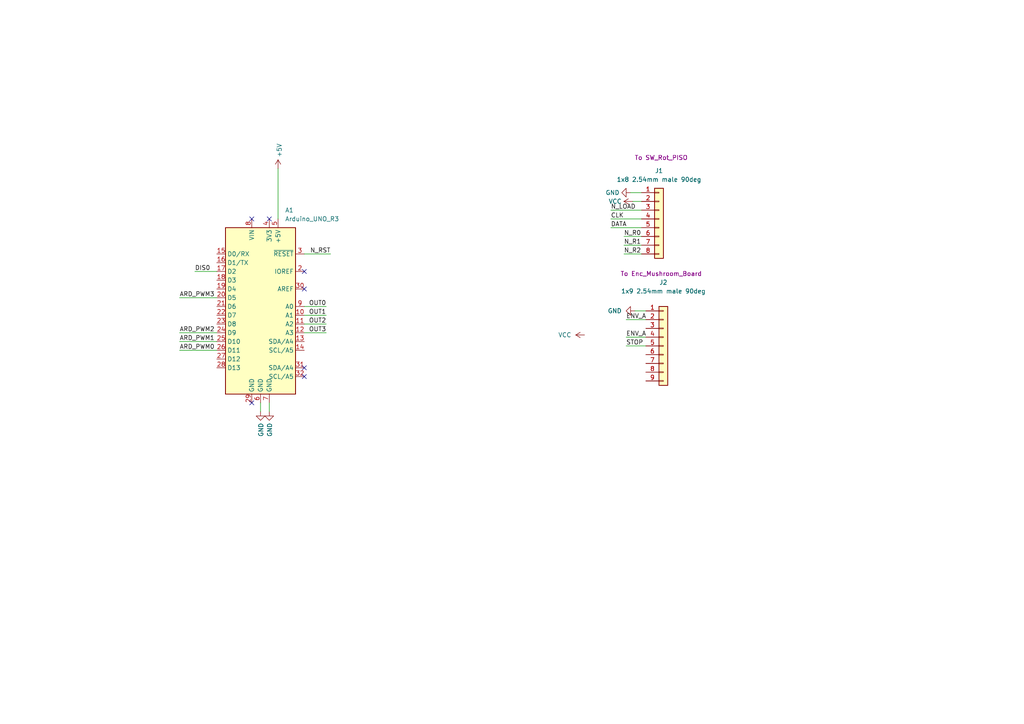
<source format=kicad_sch>
(kicad_sch (version 20211123) (generator eeschema)
  (paper "A4")
  (lib_symbols
    (symbol "Connector_Generic:Conn_01x08" (pin_names (offset 1.016) hide)
      (property "Reference" "J" (at 0 10.16 0))
      (property "Value" "Conn_01x08" (at 0 -12.7 0))
      (symbol "Conn_01x08_1_1"
        (rectangle (start -1.27 -10.033) (end 0 -10.287) (stroke (width 0.1524)))
        (rectangle (start -1.27 -7.493) (end 0 -7.747) (stroke (width 0.1524)))
        (rectangle (start -1.27 -4.953) (end 0 -5.207) (stroke (width 0.1524)))
        (rectangle (start -1.27 -2.413) (end 0 -2.667) (stroke (width 0.1524)))
        (rectangle (start -1.27 0.127) (end 0 -0.127) (stroke (width 0.1524)))
        (rectangle (start -1.27 2.667) (end 0 2.413) (stroke (width 0.1524)))
        (rectangle (start -1.27 5.207) (end 0 4.953) (stroke (width 0.1524)))
        (rectangle (start -1.27 7.747) (end 0 7.493) (stroke (width 0.1524)))
        (rectangle (start -1.27 8.89) (end 1.27 -11.43) (stroke (width 0.254)) (fill (type background)))
        (pin passive line (at -5.08 7.62 0) (length 3.81) (name "Pin_1") (number "1"))
        (pin passive line (at -5.08 5.08 0) (length 3.81) (name "Pin_2") (number "2"))
        (pin passive line (at -5.08 2.54 0) (length 3.81) (name "Pin_3") (number "3"))
        (pin passive line (at -5.08 0 0) (length 3.81) (name "Pin_4") (number "4"))
        (pin passive line (at -5.08 -2.54 0) (length 3.81) (name "Pin_5") (number "5"))
        (pin passive line (at -5.08 -5.08 0) (length 3.81) (name "Pin_6") (number "6"))
        (pin passive line (at -5.08 -7.62 0) (length 3.81) (name "Pin_7") (number "7"))
        (pin passive line (at -5.08 -10.16 0) (length 3.81) (name "Pin_8") (number "8"))
      )
    )
    (symbol "Connector_Generic:Conn_01x09" (pin_names (offset 1.016) hide)
      (property "Reference" "J" (at 0 12.7 0))
      (property "Value" "Conn_01x09" (at 0 -12.7 0))
      (symbol "Conn_01x09_1_1"
        (rectangle (start -1.27 -10.033) (end 0 -10.287) (stroke (width 0.1524)))
        (rectangle (start -1.27 -7.493) (end 0 -7.747) (stroke (width 0.1524)))
        (rectangle (start -1.27 -4.953) (end 0 -5.207) (stroke (width 0.1524)))
        (rectangle (start -1.27 -2.413) (end 0 -2.667) (stroke (width 0.1524)))
        (rectangle (start -1.27 0.127) (end 0 -0.127) (stroke (width 0.1524)))
        (rectangle (start -1.27 2.667) (end 0 2.413) (stroke (width 0.1524)))
        (rectangle (start -1.27 5.207) (end 0 4.953) (stroke (width 0.1524)))
        (rectangle (start -1.27 7.747) (end 0 7.493) (stroke (width 0.1524)))
        (rectangle (start -1.27 10.287) (end 0 10.033) (stroke (width 0.1524)))
        (rectangle (start -1.27 11.43) (end 1.27 -11.43) (stroke (width 0.254)) (fill (type background)))
        (pin passive line (at -5.08 10.16 0) (length 3.81) (name "Pin_1") (number "1"))
        (pin passive line (at -5.08 7.62 0) (length 3.81) (name "Pin_2") (number "2"))
        (pin passive line (at -5.08 5.08 0) (length 3.81) (name "Pin_3") (number "3"))
        (pin passive line (at -5.08 2.54 0) (length 3.81) (name "Pin_4") (number "4"))
        (pin passive line (at -5.08 0 0) (length 3.81) (name "Pin_5") (number "5"))
        (pin passive line (at -5.08 -2.54 0) (length 3.81) (name "Pin_6") (number "6"))
        (pin passive line (at -5.08 -5.08 0) (length 3.81) (name "Pin_7") (number "7"))
        (pin passive line (at -5.08 -7.62 0) (length 3.81) (name "Pin_8") (number "8"))
        (pin passive line (at -5.08 -10.16 0) (length 3.81) (name "Pin_9") (number "9"))
      )
    )
    (symbol "MCU_Module:Arduino_UNO_R3"
      (property "Reference" "A" (at -10.16 23.495 0))
      (property "Value" "Arduino_UNO_R3" (at 5.08 -26.67 0))
      (symbol "Arduino_UNO_R3_0_1"
        (rectangle (start -10.16 22.86) (end 10.16 -25.4) (stroke (width 0.254)) (fill (type background)))
      )
      (symbol "Arduino_UNO_R3_1_1"
        (pin no_connect line (at -10.16 -20.32 0) (length 2.54) hide (name "NC") (number "1"))
        (pin bidirectional line (at 12.7 -2.54 180) (length 2.54) (name "A1") (number "10"))
        (pin bidirectional line (at 12.7 -5.08 180) (length 2.54) (name "A2") (number "11"))
        (pin bidirectional line (at 12.7 -7.62 180) (length 2.54) (name "A3") (number "12"))
        (pin bidirectional line (at 12.7 -10.16 180) (length 2.54) (name "SDA/A4") (number "13"))
        (pin bidirectional line (at 12.7 -12.7 180) (length 2.54) (name "SCL/A5") (number "14"))
        (pin bidirectional line (at -12.7 15.24 0) (length 2.54) (name "D0/RX") (number "15"))
        (pin bidirectional line (at -12.7 12.7 0) (length 2.54) (name "D1/TX") (number "16"))
        (pin bidirectional line (at -12.7 10.16 0) (length 2.54) (name "D2") (number "17"))
        (pin bidirectional line (at -12.7 7.62 0) (length 2.54) (name "D3") (number "18"))
        (pin bidirectional line (at -12.7 5.08 0) (length 2.54) (name "D4") (number "19"))
        (pin output line (at 12.7 10.16 180) (length 2.54) (name "IOREF") (number "2"))
        (pin bidirectional line (at -12.7 2.54 0) (length 2.54) (name "D5") (number "20"))
        (pin bidirectional line (at -12.7 0 0) (length 2.54) (name "D6") (number "21"))
        (pin bidirectional line (at -12.7 -2.54 0) (length 2.54) (name "D7") (number "22"))
        (pin bidirectional line (at -12.7 -5.08 0) (length 2.54) (name "D8") (number "23"))
        (pin bidirectional line (at -12.7 -7.62 0) (length 2.54) (name "D9") (number "24"))
        (pin bidirectional line (at -12.7 -10.16 0) (length 2.54) (name "D10") (number "25"))
        (pin bidirectional line (at -12.7 -12.7 0) (length 2.54) (name "D11") (number "26"))
        (pin bidirectional line (at -12.7 -15.24 0) (length 2.54) (name "D12") (number "27"))
        (pin bidirectional line (at -12.7 -17.78 0) (length 2.54) (name "D13") (number "28"))
        (pin power_in line (at -2.54 -27.94 90) (length 2.54) (name "GND") (number "29"))
        (pin input line (at 12.7 15.24 180) (length 2.54) (name "~{RESET}") (number "3"))
        (pin input line (at 12.7 5.08 180) (length 2.54) (name "AREF") (number "30"))
        (pin bidirectional line (at 12.7 -17.78 180) (length 2.54) (name "SDA/A4") (number "31"))
        (pin bidirectional line (at 12.7 -20.32 180) (length 2.54) (name "SCL/A5") (number "32"))
        (pin power_out line (at 2.54 25.4 270) (length 2.54) (name "3V3") (number "4"))
        (pin power_out line (at 5.08 25.4 270) (length 2.54) (name "+5V") (number "5"))
        (pin power_in line (at 0 -27.94 90) (length 2.54) (name "GND") (number "6"))
        (pin power_in line (at 2.54 -27.94 90) (length 2.54) (name "GND") (number "7"))
        (pin power_in line (at -2.54 25.4 270) (length 2.54) (name "VIN") (number "8"))
        (pin bidirectional line (at 12.7 0 180) (length 2.54) (name "A0") (number "9"))
      )
    )
    (symbol "power:+5V" (power) (pin_names (offset 0))
      (property "Value" "+5V" (at 0 3.556 0))
      (symbol "+5V_0_1"
        (polyline (pts (xy -0.762 1.27) (xy 0 2.54)))
        (polyline (pts (xy 0 0) (xy 0 2.54)))
        (polyline (pts (xy 0 2.54) (xy 0.762 1.27)))
      )
      (symbol "+5V_1_1"
        (pin power_in line (at 0 0 90) (length 0) hide (name "+5V") (number "1"))
      )
    )
    (symbol "power:GND" (power) (pin_names (offset 0))
      (property "Value" "GND" (at 0 -3.81 0))
      (symbol "GND_0_1"
        (polyline (pts (xy 0 0) (xy 0 -1.27) (xy 1.27 -1.27) (xy 0 -2.54) (xy -1.27 -1.27) (xy 0 -1.27)))
      )
      (symbol "GND_1_1"
        (pin power_in line (at 0 0 270) (length 0) hide (name "GND") (number "1"))
      )
    )
    (symbol "power:VCC" (power) (pin_names (offset 0))
      (property "Value" "VCC" (at 0 3.81 0))
      (symbol "VCC_0_1"
        (polyline (pts (xy -0.762 1.27) (xy 0 2.54)))
        (polyline (pts (xy 0 0) (xy 0 2.54)))
        (polyline (pts (xy 0 2.54) (xy 0.762 1.27)))
      )
      (symbol "VCC_1_1"
        (pin power_in line (at 0 0 90) (length 0) hide (name "VCC") (number "1"))
      )
    )
  )
  (no_connect (at 88.265 109.22))
  (no_connect (at 88.265 83.82))
  (no_connect (at 88.265 106.68))
  (no_connect (at 73.025 63.5))
  (no_connect (at 78.105 63.5))
  (no_connect (at 88.265 78.74))
  (no_connect (at 73.025 116.84))
  (wire (pts (xy 181.61 92.71) (xy 187.325 92.71)))
  (wire (pts (xy 78.105 119.38) (xy 78.105 116.84)))
  (wire (pts (xy 75.565 119.38) (xy 75.565 116.84)))
  (wire (pts (xy 177.165 63.5) (xy 186.055 63.5)))
  (wire (pts (xy 52.07 86.36) (xy 62.865 86.36)))
  (wire (pts (xy 94.615 91.44) (xy 88.265 91.44)))
  (wire (pts (xy 177.165 60.96) (xy 186.055 60.96)))
  (wire (pts (xy 94.615 88.9) (xy 88.265 88.9)))
  (wire (pts (xy 186.055 71.12) (xy 180.975 71.12)))
  (wire (pts (xy 186.055 73.66) (xy 180.975 73.66)))
  (wire (pts (xy 94.615 96.52) (xy 88.265 96.52)))
  (wire (pts (xy 181.61 100.33) (xy 187.325 100.33)))
  (wire (pts (xy 80.645 48.895) (xy 80.645 63.5)))
  (wire (pts (xy 181.61 97.79) (xy 187.325 97.79)))
  (wire (pts (xy 183.515 58.42) (xy 186.055 58.42)))
  (wire (pts (xy 186.055 68.58) (xy 180.975 68.58)))
  (wire (pts (xy 88.265 73.66) (xy 95.885 73.66)))
  (wire (pts (xy 52.07 101.6) (xy 62.865 101.6)))
  (wire (pts (xy 56.515 78.74) (xy 62.865 78.74)))
  (wire (pts (xy 186.055 55.88) (xy 182.88 55.88)))
  (wire (pts (xy 177.165 66.04) (xy 186.055 66.04)))
  (wire (pts (xy 52.07 99.06) (xy 62.865 99.06)))
  (wire (pts (xy 184.15 90.17) (xy 187.325 90.17)))
  (wire (pts (xy 52.07 96.52) (xy 62.865 96.52)))
  (wire (pts (xy 94.615 93.98) (xy 88.265 93.98)))
  (label "ENV_A" (at 181.61 97.79 0))
  (label "ARD_PWM1" (at 52.07 99.06 0))
  (label "ARD_PWM0" (at 52.07 101.6 0))
  (label "N_R2" (at 180.975 73.66 0))
  (label "OUT1" (at 94.615 91.44 180))
  (label "OUT0" (at 94.615 88.9 180))
  (label "STOP" (at 181.61 100.33 0))
  (label "ENV_A" (at 181.61 92.71 0))
  (label "N_LOAD" (at 177.165 60.96 0))
  (label "DIS0" (at 56.515 78.74 0))
  (label "ARD_PWM3" (at 52.07 86.36 0))
  (label "OUT2" (at 94.615 93.98 180))
  (label "OUT3" (at 94.615 96.52 180))
  (label "DATA" (at 177.165 66.04 0))
  (label "N_R0" (at 180.975 68.58 0))
  (label "CLK" (at 177.165 63.5 0))
  (label "ARD_PWM2" (at 52.07 96.52 0))
  (label "N_RST" (at 95.885 73.66 180))
  (label "N_R1" (at 180.975 71.12 0))
  (symbol (lib_id "power:GND") (at 78.105 119.38 0) (unit 1)
    (property "Reference" "#PWR0103" (effects hide))
    (property "Value" "GND" (at 78.232 122.6312 90) (effects (justify right)))
  )
  (symbol (lib_id "MCU_Module:Arduino_UNO_R3") (at 75.565 88.9 0) (unit 1)
    (property "Reference" "A1" (at 82.6644 60.96 0) (effects (justify left)))
    (property "Value" "Arduino_UNO_R3" (at 82.6644 63.5 0) (effects (justify left)))
    (property "Footprint" "For_Rasterboard:Arduino_UNO_R3_WithMountingHoles_Snapped_to_P2.54mm" (effects hide))
    (property "Datasheet" "https://www.arduino.cc/en/Main/arduinoBoardUno" (effects hide))
  )
  (symbol (lib_id "power:VCC") (at 169.545 97.155 90) (unit 1)
    (property "Reference" "#PWR?" (effects hide))
    (property "Value" "VCC" (at 165.735 97.1549 90) (effects (justify left)))
  )
  (symbol (lib_id "power:GND") (at 75.565 119.38 0) (unit 1)
    (property "Reference" "#PWR0104" (effects hide))
    (property "Value" "GND" (at 75.692 122.6312 90) (effects (justify right)))
  )
  (symbol (lib_id "power:GND") (at 184.15 90.17 270) (unit 1)
    (property "Reference" "#PWR?" (effects hide))
    (property "Value" "GND" (at 180.34 90.1699 90) (effects (justify right)))
  )
  (symbol (lib_id "power:VCC") (at 183.515 58.42 90) (unit 1)
    (property "Reference" "#PWR0102" (effects hide))
    (property "Value" "VCC" (at 180.34 58.4199 90) (effects (justify left)))
  )
  (symbol (lib_id "power:GND") (at 182.88 55.88 270) (mirror x) (unit 1)
    (property "Reference" "#PWR0105" (effects hide))
    (property "Value" "GND" (at 179.705 55.8799 90) (effects (justify right)))
  )
  (symbol (lib_id "power:+5V") (at 80.645 48.895 0) (unit 1)
    (property "Reference" "#PWR0101" (effects hide))
    (property "Value" "+5V" (at 81.026 45.6438 90) (effects (justify left)))
  )
  (symbol (lib_id "Connector_Generic:Conn_01x08") (at 191.135 63.5 0) (unit 1)
    (property "Reference" "J1" (at 191.135 49.53 0))
    (property "Value" "1x8 2.54mm male 90deg" (at 191.135 52.07 0))
    (property "Footprint" "Connector_PinHeader_2.54mm:PinHeader_1x08_P2.54mm_Vertical" (effects hide))
    (property "Comment" "To SW_Rot_PISO" (at 191.77 45.72 0))
  )
  (symbol (lib_id "Connector_Generic:Conn_01x09") (at 192.405 100.33 0) (unit 1)
    (property "Reference" "J2" (at 192.405 81.915 0))
    (property "Value" "1x9 2.54mm male 90deg" (at 192.405 84.455 0))
    (property "Footprint" "Connector_PinHeader_2.54mm:PinHeader_1x09_P2.54mm_Vertical" (effects hide))
    (property "Comment" "To Enc_Mushroom_Board" (at 191.77 79.375 0))
  )
)
</source>
